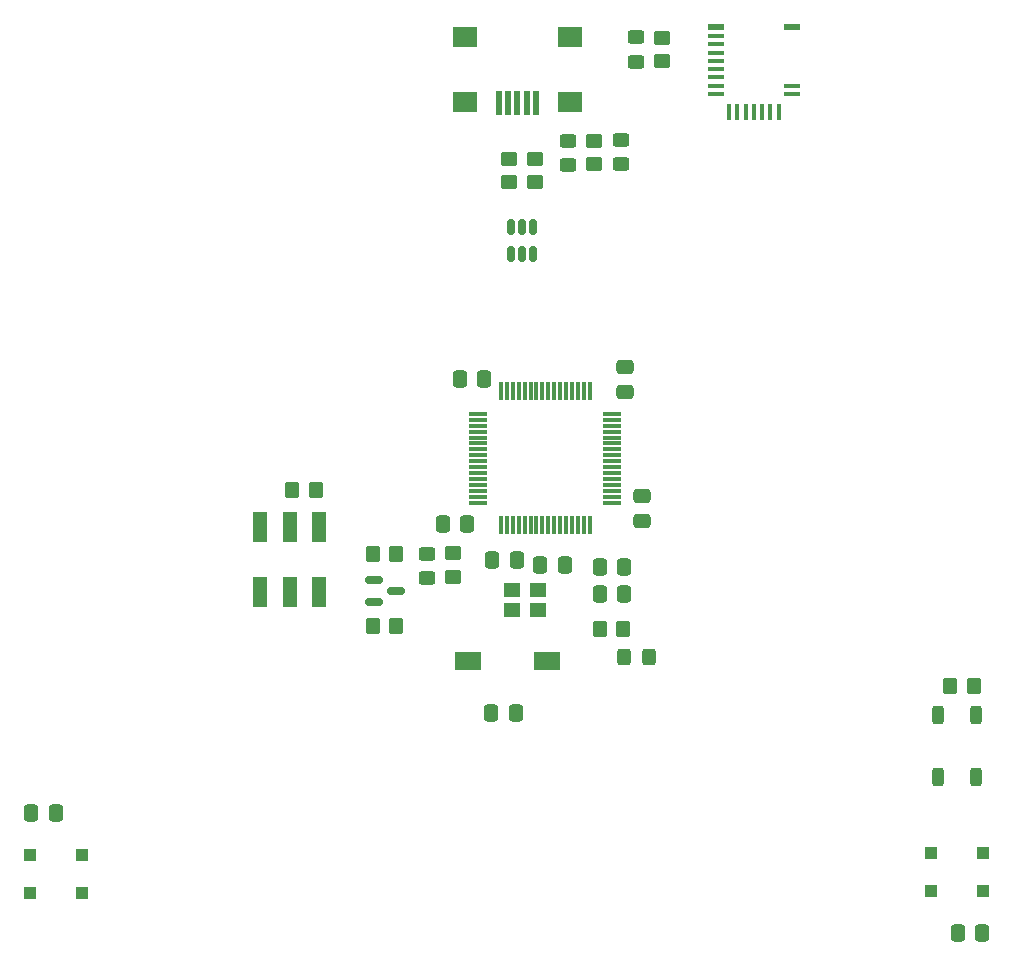
<source format=gbr>
%TF.GenerationSoftware,KiCad,Pcbnew,9.0.1*%
%TF.CreationDate,2025-05-06T12:52:45-06:00*%
%TF.ProjectId,TwylaBorck_2025_STM32F103_RobotBrain,5477796c-6142-46f7-9263-6b5f32303235,rev?*%
%TF.SameCoordinates,Original*%
%TF.FileFunction,Paste,Top*%
%TF.FilePolarity,Positive*%
%FSLAX46Y46*%
G04 Gerber Fmt 4.6, Leading zero omitted, Abs format (unit mm)*
G04 Created by KiCad (PCBNEW 9.0.1) date 2025-05-06 12:52:45*
%MOMM*%
%LPD*%
G01*
G04 APERTURE LIST*
G04 Aperture macros list*
%AMRoundRect*
0 Rectangle with rounded corners*
0 $1 Rounding radius*
0 $2 $3 $4 $5 $6 $7 $8 $9 X,Y pos of 4 corners*
0 Add a 4 corners polygon primitive as box body*
4,1,4,$2,$3,$4,$5,$6,$7,$8,$9,$2,$3,0*
0 Add four circle primitives for the rounded corners*
1,1,$1+$1,$2,$3*
1,1,$1+$1,$4,$5*
1,1,$1+$1,$6,$7*
1,1,$1+$1,$8,$9*
0 Add four rect primitives between the rounded corners*
20,1,$1+$1,$2,$3,$4,$5,0*
20,1,$1+$1,$4,$5,$6,$7,0*
20,1,$1+$1,$6,$7,$8,$9,0*
20,1,$1+$1,$8,$9,$2,$3,0*%
G04 Aperture macros list end*
%ADD10RoundRect,0.250000X-0.450000X0.350000X-0.450000X-0.350000X0.450000X-0.350000X0.450000X0.350000X0*%
%ADD11RoundRect,0.075000X0.075000X-0.700000X0.075000X0.700000X-0.075000X0.700000X-0.075000X-0.700000X0*%
%ADD12RoundRect,0.075000X0.700000X-0.075000X0.700000X0.075000X-0.700000X0.075000X-0.700000X-0.075000X0*%
%ADD13RoundRect,0.250000X0.350000X0.450000X-0.350000X0.450000X-0.350000X-0.450000X0.350000X-0.450000X0*%
%ADD14RoundRect,0.250000X0.450000X-0.350000X0.450000X0.350000X-0.450000X0.350000X-0.450000X-0.350000X0*%
%ADD15RoundRect,0.250000X-0.337500X-0.475000X0.337500X-0.475000X0.337500X0.475000X-0.337500X0.475000X0*%
%ADD16RoundRect,0.250000X0.450000X-0.325000X0.450000X0.325000X-0.450000X0.325000X-0.450000X-0.325000X0*%
%ADD17RoundRect,0.150000X-0.587500X-0.150000X0.587500X-0.150000X0.587500X0.150000X-0.587500X0.150000X0*%
%ADD18RoundRect,0.250000X-0.450000X0.325000X-0.450000X-0.325000X0.450000X-0.325000X0.450000X0.325000X0*%
%ADD19RoundRect,0.250000X-0.350000X-0.450000X0.350000X-0.450000X0.350000X0.450000X-0.350000X0.450000X0*%
%ADD20R,1.000000X1.000000*%
%ADD21RoundRect,0.250000X0.337500X0.475000X-0.337500X0.475000X-0.337500X-0.475000X0.337500X-0.475000X0*%
%ADD22R,1.400000X0.600000*%
%ADD23R,1.400000X0.400000*%
%ADD24R,0.400000X1.400000*%
%ADD25RoundRect,0.250000X-0.475000X0.337500X-0.475000X-0.337500X0.475000X-0.337500X0.475000X0.337500X0*%
%ADD26RoundRect,0.150000X-0.150000X0.512500X-0.150000X-0.512500X0.150000X-0.512500X0.150000X0.512500X0*%
%ADD27R,1.400000X1.200000*%
%ADD28R,2.300000X1.500000*%
%ADD29RoundRect,0.250000X0.325000X0.450000X-0.325000X0.450000X-0.325000X-0.450000X0.325000X-0.450000X0*%
%ADD30RoundRect,0.250000X0.475000X-0.337500X0.475000X0.337500X-0.475000X0.337500X-0.475000X-0.337500X0*%
%ADD31RoundRect,0.250000X-0.250000X0.525000X-0.250000X-0.525000X0.250000X-0.525000X0.250000X0.525000X0*%
%ADD32R,1.200000X2.500000*%
%ADD33R,0.500000X2.000000*%
%ADD34R,2.000000X1.700000*%
G04 APERTURE END LIST*
D10*
%TO.C,R2*%
X137680000Y-41715000D03*
X137680000Y-43715000D03*
%TD*%
D11*
%TO.C,U1*%
X136990000Y-72760000D03*
X137490000Y-72760000D03*
X137990000Y-72760000D03*
X138490000Y-72760000D03*
X138990000Y-72760000D03*
X139490000Y-72760000D03*
X139990000Y-72760000D03*
X140490000Y-72760000D03*
X140990000Y-72760000D03*
X141490000Y-72760000D03*
X141990000Y-72760000D03*
X142490000Y-72760000D03*
X142990000Y-72760000D03*
X143490000Y-72760000D03*
X143990000Y-72760000D03*
X144490000Y-72760000D03*
D12*
X146415000Y-70835000D03*
X146415000Y-70335000D03*
X146415000Y-69835000D03*
X146415000Y-69335000D03*
X146415000Y-68835000D03*
X146415000Y-68335000D03*
X146415000Y-67835000D03*
X146415000Y-67335000D03*
X146415000Y-66835000D03*
X146415000Y-66335000D03*
X146415000Y-65835000D03*
X146415000Y-65335000D03*
X146415000Y-64835000D03*
X146415000Y-64335000D03*
X146415000Y-63835000D03*
X146415000Y-63335000D03*
D11*
X144490000Y-61410000D03*
X143990000Y-61410000D03*
X143490000Y-61410000D03*
X142990000Y-61410000D03*
X142490000Y-61410000D03*
X141990000Y-61410000D03*
X141490000Y-61410000D03*
X140990000Y-61410000D03*
X140490000Y-61410000D03*
X139990000Y-61410000D03*
X139490000Y-61410000D03*
X138990000Y-61410000D03*
X138490000Y-61410000D03*
X137990000Y-61410000D03*
X137490000Y-61410000D03*
X136990000Y-61410000D03*
D12*
X135065000Y-63335000D03*
X135065000Y-63835000D03*
X135065000Y-64335000D03*
X135065000Y-64835000D03*
X135065000Y-65335000D03*
X135065000Y-65835000D03*
X135065000Y-66335000D03*
X135065000Y-66835000D03*
X135065000Y-67335000D03*
X135065000Y-67835000D03*
X135065000Y-68335000D03*
X135065000Y-68835000D03*
X135065000Y-69335000D03*
X135065000Y-69835000D03*
X135065000Y-70335000D03*
X135065000Y-70835000D03*
%TD*%
D13*
%TO.C,R9*%
X128117500Y-81300000D03*
X126117500Y-81300000D03*
%TD*%
D14*
%TO.C,R3*%
X139860000Y-43735000D03*
X139860000Y-41735000D03*
%TD*%
D15*
%TO.C,C12*%
X97200000Y-97150000D03*
X99275000Y-97150000D03*
%TD*%
D16*
%TO.C,D4*%
X148410000Y-33500000D03*
X148410000Y-31450000D03*
%TD*%
D17*
%TO.C,Q1*%
X126210000Y-77360000D03*
X126210000Y-79260000D03*
X128085000Y-78310000D03*
%TD*%
D18*
%TO.C,D3*%
X130690000Y-75155000D03*
X130690000Y-77205000D03*
%TD*%
D19*
%TO.C,R5*%
X145347500Y-81570000D03*
X147347500Y-81570000D03*
%TD*%
D20*
%TO.C,LED1*%
X97150000Y-100700000D03*
X97150000Y-103900000D03*
X101550000Y-103900000D03*
X101550000Y-100700000D03*
%TD*%
D18*
%TO.C,F1*%
X142670000Y-40210000D03*
X142670000Y-42260000D03*
%TD*%
D21*
%TO.C,C9*%
X138337500Y-75730000D03*
X136262500Y-75730000D03*
%TD*%
D13*
%TO.C,R10*%
X128117500Y-75210000D03*
X126117500Y-75210000D03*
%TD*%
D19*
%TO.C,R8*%
X175000000Y-86410000D03*
X177000000Y-86410000D03*
%TD*%
D22*
%TO.C,MDBT42T-AT1*%
X155200000Y-30540000D03*
D23*
X155200000Y-31340000D03*
X155200000Y-32040000D03*
X155200000Y-32740000D03*
X155200000Y-33440000D03*
X155200000Y-34140000D03*
X155200000Y-34840000D03*
X155200000Y-35540000D03*
X155200000Y-36240000D03*
D24*
X156300000Y-37740000D03*
X157000000Y-37740000D03*
X157700000Y-37740000D03*
X158400000Y-37740000D03*
X159100000Y-37740000D03*
X159800000Y-37740000D03*
X160500000Y-37740000D03*
D23*
X161600000Y-36240000D03*
X161600000Y-35540000D03*
D22*
X161600000Y-30540000D03*
%TD*%
D21*
%TO.C,C2*%
X135577500Y-60340000D03*
X133502500Y-60340000D03*
%TD*%
D10*
%TO.C,R6*%
X132960000Y-75150000D03*
X132960000Y-77150000D03*
%TD*%
D14*
%TO.C,R7*%
X150640000Y-33475000D03*
X150640000Y-31475000D03*
%TD*%
D25*
%TO.C,C4*%
X148960000Y-70302500D03*
X148960000Y-72377500D03*
%TD*%
D26*
%TO.C,U2*%
X139730000Y-47510000D03*
X138780000Y-47510000D03*
X137830000Y-47510000D03*
X137830000Y-49785000D03*
X138780000Y-49785000D03*
X139730000Y-49785000D03*
%TD*%
D15*
%TO.C,C5*%
X145352500Y-76290000D03*
X147427500Y-76290000D03*
%TD*%
D27*
%TO.C,Y2*%
X137952500Y-79920000D03*
X140152500Y-79920000D03*
X140152500Y-78220000D03*
X137952500Y-78220000D03*
%TD*%
D28*
%TO.C,SW1*%
X134220000Y-84280000D03*
X140920000Y-84280000D03*
%TD*%
D15*
%TO.C,C6*%
X145352500Y-78580000D03*
X147427500Y-78580000D03*
%TD*%
D29*
%TO.C,D2*%
X149492500Y-83950000D03*
X147442500Y-83950000D03*
%TD*%
D21*
%TO.C,C1*%
X134137500Y-72690000D03*
X132062500Y-72690000D03*
%TD*%
D20*
%TO.C,LED2*%
X177760000Y-103740000D03*
X177760000Y-100540000D03*
X173360000Y-100540000D03*
X173360000Y-103740000D03*
%TD*%
D15*
%TO.C,C8*%
X140312500Y-76140000D03*
X142387500Y-76140000D03*
%TD*%
D13*
%TO.C,R1*%
X121300000Y-69810000D03*
X119300000Y-69810000D03*
%TD*%
D30*
%TO.C,C3*%
X147470000Y-61457500D03*
X147470000Y-59382500D03*
%TD*%
D31*
%TO.C,SW2*%
X177200000Y-88835000D03*
X177200000Y-94085000D03*
X174000000Y-88835000D03*
X174000000Y-94085000D03*
%TD*%
D16*
%TO.C,D1*%
X147160000Y-42210000D03*
X147160000Y-40160000D03*
%TD*%
D32*
%TO.C,S1*%
X121610000Y-72880000D03*
X119110000Y-72880000D03*
X116610000Y-72880000D03*
X121610000Y-78380000D03*
X119110000Y-78380000D03*
X116610000Y-78380000D03*
%TD*%
D21*
%TO.C,C11*%
X177747500Y-107320000D03*
X175672500Y-107320000D03*
%TD*%
D33*
%TO.C,J1*%
X139980000Y-37000000D03*
X139180000Y-37000000D03*
X138380000Y-37000000D03*
X137580000Y-37000000D03*
X136780000Y-37000000D03*
D34*
X142830000Y-36900000D03*
X142830000Y-31450000D03*
X133930000Y-36900000D03*
X133930000Y-31450000D03*
%TD*%
D21*
%TO.C,C7*%
X138247500Y-88630000D03*
X136172500Y-88630000D03*
%TD*%
D14*
%TO.C,R4*%
X144880000Y-42215000D03*
X144880000Y-40215000D03*
%TD*%
M02*

</source>
